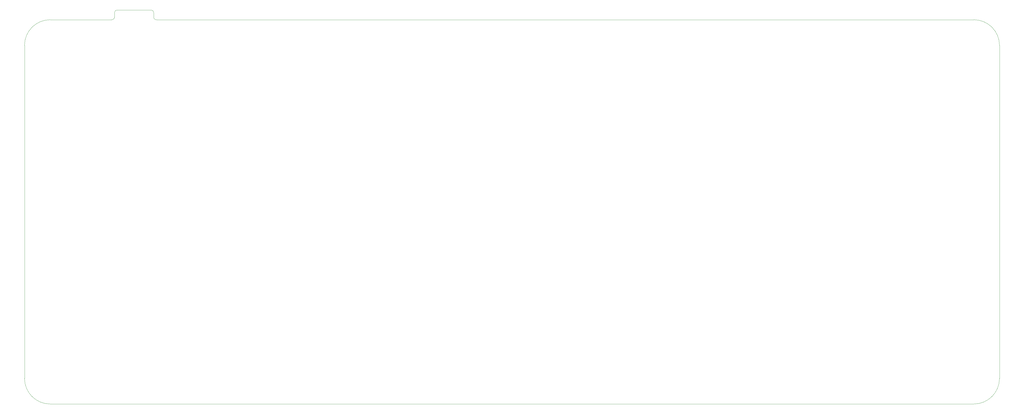
<source format=gbr>
%TF.GenerationSoftware,KiCad,Pcbnew,(6.0.11)*%
%TF.CreationDate,2023-03-01T20:51:25+07:00*%
%TF.ProjectId,Extero75,45787465-726f-4373-952e-6b696361645f,rev?*%
%TF.SameCoordinates,PX265be64PYc2d7328*%
%TF.FileFunction,Profile,NP*%
%FSLAX46Y46*%
G04 Gerber Fmt 4.6, Leading zero omitted, Abs format (unit mm)*
G04 Created by KiCad (PCBNEW (6.0.11)) date 2023-03-01 20:51:25*
%MOMM*%
%LPD*%
G01*
G04 APERTURE LIST*
%TA.AperFunction,Profile*%
%ADD10C,0.100000*%
%TD*%
G04 APERTURE END LIST*
D10*
X-2789808Y130560192D02*
X-2789808Y6735192D01*
X31644799Y143688085D02*
X44160585Y143678085D01*
X349635192Y140085192D02*
X46167692Y140085192D01*
X31644799Y143688085D02*
G75*
G03*
X30644799Y142688085I-7J-999993D01*
G01*
X359160192Y6735192D02*
X359160192Y130560192D01*
X359160192Y130560192D02*
G75*
G03*
X349635192Y140085192I-9525000J0D01*
G01*
X30644799Y142688085D02*
X30610585Y141092299D01*
X45160585Y142678085D02*
G75*
G03*
X44160585Y143678085I-999993J7D01*
G01*
X349635192Y-2789808D02*
G75*
G03*
X359160192Y6735192I0J9525000D01*
G01*
X45180227Y140985191D02*
G75*
G03*
X46167692Y140085192I928665J27201D01*
G01*
X29610585Y140092299D02*
G75*
G03*
X30610585Y141092299I7J999993D01*
G01*
X6735192Y140085192D02*
X29610585Y140092299D01*
X349635192Y-2789808D02*
X6735192Y-2789808D01*
X-2789808Y6735192D02*
G75*
G03*
X6735192Y-2789808I9525000J0D01*
G01*
X6735192Y140085192D02*
G75*
G03*
X-2789808Y130560192I0J-9525000D01*
G01*
X45160585Y142678085D02*
X45180269Y140985192D01*
M02*

</source>
